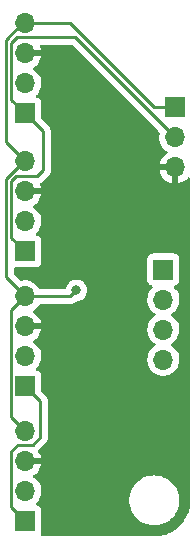
<source format=gbl>
%TF.GenerationSoftware,KiCad,Pcbnew,(6.0.0)*%
%TF.CreationDate,2022-03-13T19:19:56-04:00*%
%TF.ProjectId,4 GC port esd board (for wii mini),34204743-2070-46f7-9274-206573642062,rev?*%
%TF.SameCoordinates,Original*%
%TF.FileFunction,Copper,L2,Bot*%
%TF.FilePolarity,Positive*%
%FSLAX46Y46*%
G04 Gerber Fmt 4.6, Leading zero omitted, Abs format (unit mm)*
G04 Created by KiCad (PCBNEW (6.0.0)) date 2022-03-13 19:19:56*
%MOMM*%
%LPD*%
G01*
G04 APERTURE LIST*
%TA.AperFunction,ComponentPad*%
%ADD10R,1.700000X1.700000*%
%TD*%
%TA.AperFunction,ComponentPad*%
%ADD11O,1.700000X1.700000*%
%TD*%
%TA.AperFunction,ViaPad*%
%ADD12C,0.800000*%
%TD*%
%TA.AperFunction,Conductor*%
%ADD13C,0.250000*%
%TD*%
G04 APERTURE END LIST*
D10*
%TO.P,J3,1,Pin_1*%
%TO.N,+3V3*%
X102108000Y-87376000D03*
D11*
%TO.P,J3,2,Pin_2*%
%TO.N,Net-(D1-Pad1)*%
X102108000Y-84836000D03*
%TO.P,J3,3,Pin_3*%
%TO.N,GND*%
X102108000Y-82296000D03*
%TO.P,J3,4,Pin_4*%
%TO.N,+5V*%
X102108000Y-79756000D03*
%TD*%
D10*
%TO.P,J6,1,Pin_1*%
%TO.N,Net-(D1-Pad4)*%
X113792000Y-88910000D03*
D11*
%TO.P,J6,2,Pin_2*%
%TO.N,Net-(D1-Pad1)*%
X113792000Y-91450000D03*
%TO.P,J6,3,Pin_3*%
%TO.N,Net-(D2-Pad4)*%
X113792000Y-93990000D03*
%TO.P,J6,4,Pin_4*%
%TO.N,Net-(D2-Pad1)*%
X113792000Y-96530000D03*
%TD*%
D10*
%TO.P,J1,1,Pin_1*%
%TO.N,+3V3*%
X102108000Y-110226000D03*
D11*
%TO.P,J1,2,Pin_2*%
%TO.N,Net-(D2-Pad1)*%
X102108000Y-107686000D03*
%TO.P,J1,3,Pin_3*%
%TO.N,GND*%
X102108000Y-105146000D03*
%TO.P,J1,4,Pin_4*%
%TO.N,+5V*%
X102108000Y-102606000D03*
%TD*%
D10*
%TO.P,J5,1,Pin_1*%
%TO.N,+5V*%
X114808000Y-75184000D03*
D11*
%TO.P,J5,2,Pin_2*%
%TO.N,+3V3*%
X114808000Y-77724000D03*
%TO.P,J5,3,Pin_3*%
%TO.N,GND*%
X114808000Y-80264000D03*
%TD*%
D10*
%TO.P,J4,1,Pin_1*%
%TO.N,+3V3*%
X102108000Y-98806000D03*
D11*
%TO.P,J4,2,Pin_2*%
%TO.N,Net-(D2-Pad4)*%
X102108000Y-96266000D03*
%TO.P,J4,3,Pin_3*%
%TO.N,GND*%
X102108000Y-93726000D03*
%TO.P,J4,4,Pin_4*%
%TO.N,+5V*%
X102108000Y-91186000D03*
%TD*%
D10*
%TO.P,J2,1,Pin_1*%
%TO.N,+3V3*%
X102108000Y-75692000D03*
D11*
%TO.P,J2,2,Pin_2*%
%TO.N,Net-(D1-Pad4)*%
X102108000Y-73152000D03*
%TO.P,J2,3,Pin_3*%
%TO.N,GND*%
X102108000Y-70612000D03*
%TO.P,J2,4,Pin_4*%
%TO.N,+5V*%
X102108000Y-68072000D03*
%TD*%
D12*
%TO.N,+5V*%
X106439000Y-90665000D03*
%TD*%
D13*
%TO.N,+5V*%
X113030000Y-75184000D02*
X105918000Y-68072000D01*
X100933489Y-92360511D02*
X102108000Y-91186000D01*
X102108000Y-91186000D02*
X100483969Y-89561969D01*
X114808000Y-75184000D02*
X113030000Y-75184000D01*
X100483969Y-89561969D02*
X100483969Y-81252313D01*
X102108000Y-91186000D02*
X105918000Y-91186000D01*
X102108000Y-102606000D02*
X100933489Y-101431489D01*
X100483969Y-81252313D02*
X101980282Y-79756000D01*
X101980282Y-79756000D02*
X102108000Y-79756000D01*
X102108000Y-79756000D02*
X100483969Y-78131969D01*
X101854000Y-68072000D02*
X102108000Y-68072000D01*
X100483969Y-69442031D02*
X101854000Y-68072000D01*
X100483969Y-78131969D02*
X100483969Y-69442031D01*
X100933489Y-101431489D02*
X100933489Y-92360511D01*
X105918000Y-91186000D02*
X106439000Y-90665000D01*
X105918000Y-68072000D02*
X102108000Y-68072000D01*
%TO.N,+3V3*%
X102721489Y-103780511D02*
X103378000Y-103124000D01*
X114808000Y-77724000D02*
X106330511Y-69246511D01*
X103378000Y-103124000D02*
X103378000Y-100076000D01*
X100933489Y-69754511D02*
X100933489Y-74517489D01*
X103378000Y-100076000D02*
X102108000Y-98806000D01*
X101346000Y-81026000D02*
X103124000Y-81026000D01*
X102108000Y-110226000D02*
X100933489Y-109051489D01*
X100933489Y-81438511D02*
X101346000Y-81026000D01*
X100933489Y-74517489D02*
X102108000Y-75692000D01*
X100933489Y-104298511D02*
X101451489Y-103780511D01*
X106330511Y-69246511D02*
X101441489Y-69246511D01*
X103124000Y-81026000D02*
X103632000Y-80518000D01*
X103632000Y-77216000D02*
X102108000Y-75692000D01*
X101441489Y-69246511D02*
X100933489Y-69754511D01*
X100933489Y-109051489D02*
X100933489Y-104298511D01*
X103632000Y-80518000D02*
X103632000Y-77216000D01*
X101451489Y-103780511D02*
X102721489Y-103780511D01*
X100933489Y-86201489D02*
X100933489Y-81438511D01*
X102108000Y-87376000D02*
X100933489Y-86201489D01*
%TD*%
%TA.AperFunction,Conductor*%
%TO.N,GND*%
G36*
X106084038Y-69900013D02*
G01*
X106105012Y-69916916D01*
X113457777Y-77269682D01*
X113491803Y-77331994D01*
X113490100Y-77392446D01*
X113468989Y-77468570D01*
X113445251Y-77690695D01*
X113458110Y-77913715D01*
X113459247Y-77918761D01*
X113459248Y-77918767D01*
X113483304Y-78025508D01*
X113507222Y-78131639D01*
X113591266Y-78338616D01*
X113630719Y-78402997D01*
X113700276Y-78516504D01*
X113707987Y-78529088D01*
X113854250Y-78697938D01*
X114026126Y-78840632D01*
X114099955Y-78883774D01*
X114148679Y-78935412D01*
X114161750Y-79005195D01*
X114135019Y-79070967D01*
X114094562Y-79104327D01*
X114086457Y-79108546D01*
X114077738Y-79114036D01*
X113907433Y-79241905D01*
X113899726Y-79248748D01*
X113752590Y-79402717D01*
X113746104Y-79410727D01*
X113626098Y-79586649D01*
X113621000Y-79595623D01*
X113531338Y-79788783D01*
X113527775Y-79798470D01*
X113472389Y-79998183D01*
X113473912Y-80006607D01*
X113486292Y-80010000D01*
X114936000Y-80010000D01*
X115004121Y-80030002D01*
X115050614Y-80083658D01*
X115062000Y-80136000D01*
X115062000Y-81582517D01*
X115066064Y-81596359D01*
X115079478Y-81598393D01*
X115086184Y-81597534D01*
X115096262Y-81595392D01*
X115300255Y-81534191D01*
X115309842Y-81530433D01*
X115501095Y-81436739D01*
X115509945Y-81431464D01*
X115683328Y-81307792D01*
X115691200Y-81301139D01*
X115842052Y-81150812D01*
X115848727Y-81142967D01*
X115849677Y-81141646D01*
X115850197Y-81141241D01*
X115852081Y-81139027D01*
X115852538Y-81139416D01*
X115905671Y-81097998D01*
X115976374Y-81091551D01*
X116039339Y-81124353D01*
X116074574Y-81185989D01*
X116078000Y-81215171D01*
X116078000Y-108408672D01*
X116076500Y-108428056D01*
X116072814Y-108451730D01*
X116073978Y-108460631D01*
X116073978Y-108460635D01*
X116075257Y-108470411D01*
X116076148Y-108493342D01*
X116066695Y-108673727D01*
X116061649Y-108770002D01*
X116060271Y-108783119D01*
X116012427Y-109085193D01*
X116009685Y-109098093D01*
X115939747Y-109359106D01*
X115930528Y-109393510D01*
X115926452Y-109406052D01*
X115882495Y-109520566D01*
X115816855Y-109691565D01*
X115811491Y-109703614D01*
X115672642Y-109976120D01*
X115666051Y-109987536D01*
X115499474Y-110244042D01*
X115491728Y-110254702D01*
X115383209Y-110388712D01*
X115299261Y-110492379D01*
X115290436Y-110502180D01*
X115074180Y-110718436D01*
X115064379Y-110727261D01*
X114839058Y-110909723D01*
X114826705Y-110919726D01*
X114816042Y-110927474D01*
X114559536Y-111094051D01*
X114548120Y-111100642D01*
X114275614Y-111239491D01*
X114263565Y-111244855D01*
X113978053Y-111354452D01*
X113965511Y-111358528D01*
X113708217Y-111427470D01*
X113670093Y-111437685D01*
X113657193Y-111440427D01*
X113355119Y-111488271D01*
X113342003Y-111489649D01*
X113072666Y-111503764D01*
X113046688Y-111502436D01*
X113045144Y-111502195D01*
X113045140Y-111502195D01*
X113036270Y-111500814D01*
X113027368Y-111501978D01*
X113027365Y-111501978D01*
X113004749Y-111504936D01*
X112988411Y-111506000D01*
X103519444Y-111506000D01*
X103451323Y-111485998D01*
X103404830Y-111432342D01*
X103394726Y-111362068D01*
X103407241Y-111324539D01*
X103408615Y-111322705D01*
X103459745Y-111186316D01*
X103466500Y-111124134D01*
X103466500Y-109327866D01*
X103459745Y-109265684D01*
X103408615Y-109129295D01*
X103321261Y-109012739D01*
X103204705Y-108925385D01*
X103141083Y-108901534D01*
X103086203Y-108880960D01*
X103029439Y-108838318D01*
X103004739Y-108771756D01*
X103019947Y-108702408D01*
X103041493Y-108673727D01*
X103124808Y-108590703D01*
X110920743Y-108590703D01*
X110958268Y-108875734D01*
X111034129Y-109153036D01*
X111035813Y-109156984D01*
X111142051Y-109406053D01*
X111146923Y-109417476D01*
X111294561Y-109664161D01*
X111474313Y-109888528D01*
X111682851Y-110086423D01*
X111916317Y-110254186D01*
X111920112Y-110256195D01*
X111920113Y-110256196D01*
X111941869Y-110267715D01*
X112170392Y-110388712D01*
X112440373Y-110487511D01*
X112721264Y-110548755D01*
X112749841Y-110551004D01*
X112944282Y-110566307D01*
X112944291Y-110566307D01*
X112946739Y-110566500D01*
X113102271Y-110566500D01*
X113104407Y-110566354D01*
X113104418Y-110566354D01*
X113312548Y-110552165D01*
X113312554Y-110552164D01*
X113316825Y-110551873D01*
X113321020Y-110551004D01*
X113321022Y-110551004D01*
X113457584Y-110522723D01*
X113598342Y-110493574D01*
X113869343Y-110397607D01*
X114124812Y-110265750D01*
X114128313Y-110263289D01*
X114128317Y-110263287D01*
X114242417Y-110183096D01*
X114360023Y-110100441D01*
X114481518Y-109987541D01*
X114567479Y-109907661D01*
X114567481Y-109907658D01*
X114570622Y-109904740D01*
X114752713Y-109682268D01*
X114902927Y-109437142D01*
X114921481Y-109394876D01*
X115016757Y-109177830D01*
X115018483Y-109173898D01*
X115028794Y-109137703D01*
X115096068Y-108901534D01*
X115097244Y-108897406D01*
X115137751Y-108612784D01*
X115137845Y-108594951D01*
X115139235Y-108329583D01*
X115139235Y-108329576D01*
X115139257Y-108325297D01*
X115101732Y-108040266D01*
X115025871Y-107762964D01*
X114913077Y-107498524D01*
X114765439Y-107251839D01*
X114585687Y-107027472D01*
X114407751Y-106858617D01*
X114380258Y-106832527D01*
X114380255Y-106832525D01*
X114377149Y-106829577D01*
X114143683Y-106661814D01*
X114121843Y-106650250D01*
X113939680Y-106553800D01*
X113889608Y-106527288D01*
X113619627Y-106428489D01*
X113338736Y-106367245D01*
X113307685Y-106364801D01*
X113115718Y-106349693D01*
X113115709Y-106349693D01*
X113113261Y-106349500D01*
X112957729Y-106349500D01*
X112955593Y-106349646D01*
X112955582Y-106349646D01*
X112747452Y-106363835D01*
X112747446Y-106363836D01*
X112743175Y-106364127D01*
X112738980Y-106364996D01*
X112738978Y-106364996D01*
X112602416Y-106393277D01*
X112461658Y-106422426D01*
X112190657Y-106518393D01*
X111935188Y-106650250D01*
X111931687Y-106652711D01*
X111931683Y-106652713D01*
X111874546Y-106692870D01*
X111699977Y-106815559D01*
X111489378Y-107011260D01*
X111307287Y-107233732D01*
X111157073Y-107478858D01*
X111041517Y-107742102D01*
X110962756Y-108018594D01*
X110922249Y-108303216D01*
X110922227Y-108307505D01*
X110922226Y-108307512D01*
X110921645Y-108418423D01*
X110920743Y-108590703D01*
X103124808Y-108590703D01*
X103146096Y-108569489D01*
X103276453Y-108388077D01*
X103305363Y-108329583D01*
X103373136Y-108192453D01*
X103373137Y-108192451D01*
X103375430Y-108187811D01*
X103426842Y-108018594D01*
X103438865Y-107979023D01*
X103438865Y-107979021D01*
X103440370Y-107974069D01*
X103469529Y-107752590D01*
X103469611Y-107749240D01*
X103471074Y-107689365D01*
X103471074Y-107689361D01*
X103471156Y-107686000D01*
X103452852Y-107463361D01*
X103398431Y-107246702D01*
X103309354Y-107041840D01*
X103188014Y-106854277D01*
X103037670Y-106689051D01*
X103033619Y-106685852D01*
X103033615Y-106685848D01*
X102866414Y-106553800D01*
X102866410Y-106553798D01*
X102862359Y-106550598D01*
X102820569Y-106527529D01*
X102770598Y-106477097D01*
X102755826Y-106407654D01*
X102780942Y-106341248D01*
X102808294Y-106314641D01*
X102983328Y-106189792D01*
X102991200Y-106183139D01*
X103142052Y-106032812D01*
X103148730Y-106024965D01*
X103273003Y-105852020D01*
X103278313Y-105843183D01*
X103372670Y-105652267D01*
X103376469Y-105642672D01*
X103438377Y-105438910D01*
X103440555Y-105428837D01*
X103441986Y-105417962D01*
X103439775Y-105403778D01*
X103426617Y-105400000D01*
X101980000Y-105400000D01*
X101911879Y-105379998D01*
X101865386Y-105326342D01*
X101854000Y-105274000D01*
X101854000Y-105018000D01*
X101874002Y-104949879D01*
X101927658Y-104903386D01*
X101980000Y-104892000D01*
X103426344Y-104892000D01*
X103439875Y-104888027D01*
X103441180Y-104878947D01*
X103399214Y-104711875D01*
X103395894Y-104702124D01*
X103310972Y-104506814D01*
X103306106Y-104497739D01*
X103201971Y-104336772D01*
X103181764Y-104268712D01*
X103201560Y-104200531D01*
X103218668Y-104179236D01*
X103770258Y-103627647D01*
X103778537Y-103620113D01*
X103785018Y-103616000D01*
X103831644Y-103566348D01*
X103834398Y-103563507D01*
X103854135Y-103543770D01*
X103856615Y-103540573D01*
X103864320Y-103531551D01*
X103889159Y-103505100D01*
X103894586Y-103499321D01*
X103898405Y-103492375D01*
X103898407Y-103492372D01*
X103904348Y-103481566D01*
X103915199Y-103465047D01*
X103922758Y-103455301D01*
X103927614Y-103449041D01*
X103930759Y-103441772D01*
X103930762Y-103441768D01*
X103945174Y-103408463D01*
X103950391Y-103397813D01*
X103971695Y-103359060D01*
X103976733Y-103339437D01*
X103983137Y-103320734D01*
X103988033Y-103309420D01*
X103988033Y-103309419D01*
X103991181Y-103302145D01*
X103992420Y-103294322D01*
X103992423Y-103294312D01*
X103998099Y-103258476D01*
X104000505Y-103246856D01*
X104009528Y-103211711D01*
X104009528Y-103211710D01*
X104011500Y-103204030D01*
X104011500Y-103183776D01*
X104013051Y-103164065D01*
X104014980Y-103151886D01*
X104016220Y-103144057D01*
X104012059Y-103100038D01*
X104011500Y-103088181D01*
X104011500Y-100154767D01*
X104012027Y-100143584D01*
X104013702Y-100136091D01*
X104011562Y-100068014D01*
X104011500Y-100064055D01*
X104011500Y-100036144D01*
X104010995Y-100032144D01*
X104010062Y-100020301D01*
X104008922Y-99984029D01*
X104008673Y-99976110D01*
X104003022Y-99956658D01*
X103999014Y-99937306D01*
X103997467Y-99925063D01*
X103996474Y-99917203D01*
X103993556Y-99909832D01*
X103980200Y-99876097D01*
X103976355Y-99864870D01*
X103975721Y-99862687D01*
X103964018Y-99822407D01*
X103959984Y-99815585D01*
X103959981Y-99815579D01*
X103953706Y-99804968D01*
X103945010Y-99787218D01*
X103940472Y-99775756D01*
X103940469Y-99775751D01*
X103937552Y-99768383D01*
X103911573Y-99732625D01*
X103905057Y-99722707D01*
X103886575Y-99691457D01*
X103882542Y-99684637D01*
X103868218Y-99670313D01*
X103855376Y-99655278D01*
X103843472Y-99638893D01*
X103809406Y-99610711D01*
X103800627Y-99602722D01*
X103503405Y-99305500D01*
X103469379Y-99243188D01*
X103466500Y-99216405D01*
X103466500Y-97907866D01*
X103459745Y-97845684D01*
X103408615Y-97709295D01*
X103321261Y-97592739D01*
X103204705Y-97505385D01*
X103190423Y-97500031D01*
X103086203Y-97460960D01*
X103029439Y-97418318D01*
X103004739Y-97351756D01*
X103019947Y-97282408D01*
X103041493Y-97253727D01*
X103142435Y-97153137D01*
X103146096Y-97149489D01*
X103153038Y-97139829D01*
X103273435Y-96972277D01*
X103276453Y-96968077D01*
X103291497Y-96937639D01*
X103373136Y-96772453D01*
X103373137Y-96772451D01*
X103375430Y-96767811D01*
X103440370Y-96554069D01*
X103447924Y-96496695D01*
X112429251Y-96496695D01*
X112429548Y-96501848D01*
X112429548Y-96501851D01*
X112435011Y-96596590D01*
X112442110Y-96719715D01*
X112443247Y-96724761D01*
X112443248Y-96724767D01*
X112452949Y-96767811D01*
X112491222Y-96937639D01*
X112575266Y-97144616D01*
X112577965Y-97149020D01*
X112674881Y-97307173D01*
X112691987Y-97335088D01*
X112838250Y-97503938D01*
X113010126Y-97646632D01*
X113203000Y-97759338D01*
X113411692Y-97839030D01*
X113416760Y-97840061D01*
X113416763Y-97840062D01*
X113483010Y-97853540D01*
X113630597Y-97883567D01*
X113635772Y-97883757D01*
X113635774Y-97883757D01*
X113848673Y-97891564D01*
X113848677Y-97891564D01*
X113853837Y-97891753D01*
X113858957Y-97891097D01*
X113858959Y-97891097D01*
X114070288Y-97864025D01*
X114070289Y-97864025D01*
X114075416Y-97863368D01*
X114080366Y-97861883D01*
X114284429Y-97800661D01*
X114284434Y-97800659D01*
X114289384Y-97799174D01*
X114489994Y-97700896D01*
X114671860Y-97571173D01*
X114732474Y-97510771D01*
X114826435Y-97417137D01*
X114830096Y-97413489D01*
X114874456Y-97351756D01*
X114957435Y-97236277D01*
X114960453Y-97232077D01*
X114999468Y-97153137D01*
X115057136Y-97036453D01*
X115057137Y-97036451D01*
X115059430Y-97031811D01*
X115124370Y-96818069D01*
X115153529Y-96596590D01*
X115155156Y-96530000D01*
X115136852Y-96307361D01*
X115082431Y-96090702D01*
X114993354Y-95885840D01*
X114872014Y-95698277D01*
X114721670Y-95533051D01*
X114717619Y-95529852D01*
X114717615Y-95529848D01*
X114550414Y-95397800D01*
X114550410Y-95397798D01*
X114546359Y-95394598D01*
X114505053Y-95371796D01*
X114455084Y-95321364D01*
X114440312Y-95251921D01*
X114465428Y-95185516D01*
X114492780Y-95158909D01*
X114536603Y-95127650D01*
X114671860Y-95031173D01*
X114693753Y-95009357D01*
X114794567Y-94908894D01*
X114830096Y-94873489D01*
X114889594Y-94790689D01*
X114957435Y-94696277D01*
X114960453Y-94692077D01*
X115059430Y-94491811D01*
X115124370Y-94278069D01*
X115153529Y-94056590D01*
X115154696Y-94008837D01*
X115155074Y-93993365D01*
X115155074Y-93993361D01*
X115155156Y-93990000D01*
X115136852Y-93767361D01*
X115082431Y-93550702D01*
X114993354Y-93345840D01*
X114872014Y-93158277D01*
X114721670Y-92993051D01*
X114717619Y-92989852D01*
X114717615Y-92989848D01*
X114550414Y-92857800D01*
X114550410Y-92857798D01*
X114546359Y-92854598D01*
X114505053Y-92831796D01*
X114455084Y-92781364D01*
X114440312Y-92711921D01*
X114465428Y-92645516D01*
X114492780Y-92618909D01*
X114536603Y-92587650D01*
X114671860Y-92491173D01*
X114830096Y-92333489D01*
X114889594Y-92250689D01*
X114957435Y-92156277D01*
X114960453Y-92152077D01*
X114973613Y-92125451D01*
X115057136Y-91956453D01*
X115057137Y-91956451D01*
X115059430Y-91951811D01*
X115102205Y-91811022D01*
X115122865Y-91743023D01*
X115122865Y-91743021D01*
X115124370Y-91738069D01*
X115153529Y-91516590D01*
X115155156Y-91450000D01*
X115136852Y-91227361D01*
X115082431Y-91010702D01*
X114993354Y-90805840D01*
X114906488Y-90671565D01*
X114874822Y-90622617D01*
X114874820Y-90622614D01*
X114872014Y-90618277D01*
X114868532Y-90614450D01*
X114724798Y-90456488D01*
X114693746Y-90392642D01*
X114702141Y-90322143D01*
X114747317Y-90267375D01*
X114773761Y-90253706D01*
X114880297Y-90213767D01*
X114888705Y-90210615D01*
X115005261Y-90123261D01*
X115092615Y-90006705D01*
X115143745Y-89870316D01*
X115150500Y-89808134D01*
X115150500Y-88011866D01*
X115143745Y-87949684D01*
X115092615Y-87813295D01*
X115005261Y-87696739D01*
X114888705Y-87609385D01*
X114752316Y-87558255D01*
X114690134Y-87551500D01*
X112893866Y-87551500D01*
X112831684Y-87558255D01*
X112695295Y-87609385D01*
X112578739Y-87696739D01*
X112491385Y-87813295D01*
X112440255Y-87949684D01*
X112433500Y-88011866D01*
X112433500Y-89808134D01*
X112440255Y-89870316D01*
X112491385Y-90006705D01*
X112578739Y-90123261D01*
X112695295Y-90210615D01*
X112703704Y-90213767D01*
X112703705Y-90213768D01*
X112812451Y-90254535D01*
X112869216Y-90297176D01*
X112893916Y-90363738D01*
X112878709Y-90433087D01*
X112859316Y-90459568D01*
X112771293Y-90551679D01*
X112732629Y-90592138D01*
X112606743Y-90776680D01*
X112512688Y-90979305D01*
X112452989Y-91194570D01*
X112429251Y-91416695D01*
X112429548Y-91421848D01*
X112429548Y-91421851D01*
X112435011Y-91516590D01*
X112442110Y-91639715D01*
X112443247Y-91644761D01*
X112443248Y-91644767D01*
X112459318Y-91716073D01*
X112491222Y-91857639D01*
X112575266Y-92064616D01*
X112624570Y-92145073D01*
X112674881Y-92227173D01*
X112691987Y-92255088D01*
X112838250Y-92423938D01*
X113010126Y-92566632D01*
X113047583Y-92588520D01*
X113083445Y-92609476D01*
X113132169Y-92661114D01*
X113145240Y-92730897D01*
X113118509Y-92796669D01*
X113078055Y-92830027D01*
X113065607Y-92836507D01*
X113061474Y-92839610D01*
X113061471Y-92839612D01*
X112891100Y-92967530D01*
X112886965Y-92970635D01*
X112732629Y-93132138D01*
X112606743Y-93316680D01*
X112512688Y-93519305D01*
X112452989Y-93734570D01*
X112429251Y-93956695D01*
X112429548Y-93961848D01*
X112429548Y-93961851D01*
X112435011Y-94056590D01*
X112442110Y-94179715D01*
X112443247Y-94184761D01*
X112443248Y-94184767D01*
X112451791Y-94222672D01*
X112491222Y-94397639D01*
X112575266Y-94604616D01*
X112626019Y-94687438D01*
X112676486Y-94769792D01*
X112691987Y-94795088D01*
X112838250Y-94963938D01*
X113010126Y-95106632D01*
X113046866Y-95128101D01*
X113083445Y-95149476D01*
X113132169Y-95201114D01*
X113145240Y-95270897D01*
X113118509Y-95336669D01*
X113078055Y-95370027D01*
X113065607Y-95376507D01*
X113061474Y-95379610D01*
X113061471Y-95379612D01*
X113037247Y-95397800D01*
X112886965Y-95510635D01*
X112732629Y-95672138D01*
X112606743Y-95856680D01*
X112591003Y-95890590D01*
X112522419Y-96038342D01*
X112512688Y-96059305D01*
X112452989Y-96274570D01*
X112429251Y-96496695D01*
X103447924Y-96496695D01*
X103469529Y-96332590D01*
X103470019Y-96312522D01*
X103471074Y-96269365D01*
X103471074Y-96269361D01*
X103471156Y-96266000D01*
X103452852Y-96043361D01*
X103398431Y-95826702D01*
X103309354Y-95621840D01*
X103249842Y-95529848D01*
X103190822Y-95438617D01*
X103190820Y-95438614D01*
X103188014Y-95434277D01*
X103037670Y-95269051D01*
X103033619Y-95265852D01*
X103033615Y-95265848D01*
X102866414Y-95133800D01*
X102866410Y-95133798D01*
X102862359Y-95130598D01*
X102820569Y-95107529D01*
X102770598Y-95057097D01*
X102755826Y-94987654D01*
X102780942Y-94921248D01*
X102808294Y-94894641D01*
X102983328Y-94769792D01*
X102991200Y-94763139D01*
X103142052Y-94612812D01*
X103148730Y-94604965D01*
X103273003Y-94432020D01*
X103278313Y-94423183D01*
X103372670Y-94232267D01*
X103376469Y-94222672D01*
X103438377Y-94018910D01*
X103440555Y-94008837D01*
X103441986Y-93997962D01*
X103439775Y-93983778D01*
X103426617Y-93980000D01*
X101980000Y-93980000D01*
X101911879Y-93959998D01*
X101865386Y-93906342D01*
X101854000Y-93854000D01*
X101854000Y-93598000D01*
X101874002Y-93529879D01*
X101927658Y-93483386D01*
X101980000Y-93472000D01*
X103426344Y-93472000D01*
X103439875Y-93468027D01*
X103441180Y-93458947D01*
X103399214Y-93291875D01*
X103395894Y-93282124D01*
X103310972Y-93086814D01*
X103306105Y-93077739D01*
X103190426Y-92898926D01*
X103184136Y-92890757D01*
X103040806Y-92733240D01*
X103033273Y-92726215D01*
X102866139Y-92594222D01*
X102857556Y-92588520D01*
X102820602Y-92568120D01*
X102770631Y-92517687D01*
X102755859Y-92448245D01*
X102780975Y-92381839D01*
X102808327Y-92355232D01*
X102857095Y-92320446D01*
X102987860Y-92227173D01*
X103024964Y-92190199D01*
X103142435Y-92073137D01*
X103146096Y-92069489D01*
X103153038Y-92059829D01*
X103273435Y-91892277D01*
X103276453Y-91888077D01*
X103278746Y-91883437D01*
X103280446Y-91880608D01*
X103332674Y-91832518D01*
X103388451Y-91819500D01*
X105839233Y-91819500D01*
X105850416Y-91820027D01*
X105857909Y-91821702D01*
X105865835Y-91821453D01*
X105865836Y-91821453D01*
X105925986Y-91819562D01*
X105929945Y-91819500D01*
X105957856Y-91819500D01*
X105961791Y-91819003D01*
X105961856Y-91818995D01*
X105973693Y-91818062D01*
X106005951Y-91817048D01*
X106009970Y-91816922D01*
X106017889Y-91816673D01*
X106037343Y-91811021D01*
X106056700Y-91807013D01*
X106068930Y-91805468D01*
X106068931Y-91805468D01*
X106076797Y-91804474D01*
X106084168Y-91801555D01*
X106084170Y-91801555D01*
X106117912Y-91788196D01*
X106129142Y-91784351D01*
X106163983Y-91774229D01*
X106163984Y-91774229D01*
X106171593Y-91772018D01*
X106178412Y-91767985D01*
X106178417Y-91767983D01*
X106189028Y-91761707D01*
X106206776Y-91753012D01*
X106225617Y-91745552D01*
X106261387Y-91719564D01*
X106271307Y-91713048D01*
X106302535Y-91694580D01*
X106302538Y-91694578D01*
X106309362Y-91690542D01*
X106323683Y-91676221D01*
X106338717Y-91663380D01*
X106348694Y-91656131D01*
X106355107Y-91651472D01*
X106381818Y-91619184D01*
X106440652Y-91579446D01*
X106478903Y-91573500D01*
X106534487Y-91573500D01*
X106540939Y-91572128D01*
X106540944Y-91572128D01*
X106627887Y-91553647D01*
X106721288Y-91533794D01*
X106727319Y-91531109D01*
X106889722Y-91458803D01*
X106889724Y-91458802D01*
X106895752Y-91456118D01*
X107050253Y-91343866D01*
X107054675Y-91338955D01*
X107173621Y-91206852D01*
X107173622Y-91206851D01*
X107178040Y-91201944D01*
X107273527Y-91036556D01*
X107332542Y-90854928D01*
X107340035Y-90783641D01*
X107351814Y-90671565D01*
X107352504Y-90665000D01*
X107332542Y-90475072D01*
X107273527Y-90293444D01*
X107178040Y-90128056D01*
X107094484Y-90035257D01*
X107054675Y-89991045D01*
X107054674Y-89991044D01*
X107050253Y-89986134D01*
X106895752Y-89873882D01*
X106889724Y-89871198D01*
X106889722Y-89871197D01*
X106727319Y-89798891D01*
X106727318Y-89798891D01*
X106721288Y-89796206D01*
X106627888Y-89776353D01*
X106540944Y-89757872D01*
X106540939Y-89757872D01*
X106534487Y-89756500D01*
X106343513Y-89756500D01*
X106337061Y-89757872D01*
X106337056Y-89757872D01*
X106250112Y-89776353D01*
X106156712Y-89796206D01*
X106150682Y-89798891D01*
X106150681Y-89798891D01*
X105988278Y-89871197D01*
X105988276Y-89871198D01*
X105982248Y-89873882D01*
X105827747Y-89986134D01*
X105823326Y-89991044D01*
X105823325Y-89991045D01*
X105783517Y-90035257D01*
X105699960Y-90128056D01*
X105604473Y-90293444D01*
X105602431Y-90299729D01*
X105548589Y-90465436D01*
X105508515Y-90524042D01*
X105443119Y-90551679D01*
X105428756Y-90552500D01*
X103384805Y-90552500D01*
X103316684Y-90532498D01*
X103279013Y-90494940D01*
X103190822Y-90358617D01*
X103190820Y-90358614D01*
X103188014Y-90354277D01*
X103037670Y-90189051D01*
X103033619Y-90185852D01*
X103033615Y-90185848D01*
X102866414Y-90053800D01*
X102866410Y-90053798D01*
X102862359Y-90050598D01*
X102826941Y-90031046D01*
X102795864Y-90013891D01*
X102666789Y-89942638D01*
X102661920Y-89940914D01*
X102661916Y-89940912D01*
X102461087Y-89869795D01*
X102461083Y-89869794D01*
X102456212Y-89868069D01*
X102451119Y-89867162D01*
X102451116Y-89867161D01*
X102241373Y-89829800D01*
X102241367Y-89829799D01*
X102236284Y-89828894D01*
X102162452Y-89827992D01*
X102018081Y-89826228D01*
X102018079Y-89826228D01*
X102012911Y-89826165D01*
X101792091Y-89859955D01*
X101779532Y-89864060D01*
X101708568Y-89866210D01*
X101651294Y-89833389D01*
X101154374Y-89336469D01*
X101120348Y-89274157D01*
X101117469Y-89247374D01*
X101117469Y-88860500D01*
X101137471Y-88792379D01*
X101191127Y-88745886D01*
X101243469Y-88734500D01*
X103006134Y-88734500D01*
X103068316Y-88727745D01*
X103204705Y-88676615D01*
X103321261Y-88589261D01*
X103408615Y-88472705D01*
X103459745Y-88336316D01*
X103466500Y-88274134D01*
X103466500Y-86477866D01*
X103459745Y-86415684D01*
X103408615Y-86279295D01*
X103321261Y-86162739D01*
X103204705Y-86075385D01*
X103192132Y-86070672D01*
X103086203Y-86030960D01*
X103029439Y-85988318D01*
X103004739Y-85921756D01*
X103019947Y-85852408D01*
X103041493Y-85823727D01*
X103142435Y-85723137D01*
X103146096Y-85719489D01*
X103276453Y-85538077D01*
X103375430Y-85337811D01*
X103440370Y-85124069D01*
X103469529Y-84902590D01*
X103471156Y-84836000D01*
X103452852Y-84613361D01*
X103398431Y-84396702D01*
X103309354Y-84191840D01*
X103188014Y-84004277D01*
X103037670Y-83839051D01*
X103033619Y-83835852D01*
X103033615Y-83835848D01*
X102866414Y-83703800D01*
X102866410Y-83703798D01*
X102862359Y-83700598D01*
X102820569Y-83677529D01*
X102770598Y-83627097D01*
X102755826Y-83557654D01*
X102780942Y-83491248D01*
X102808294Y-83464641D01*
X102983328Y-83339792D01*
X102991200Y-83333139D01*
X103142052Y-83182812D01*
X103148730Y-83174965D01*
X103273003Y-83002020D01*
X103278313Y-82993183D01*
X103372670Y-82802267D01*
X103376469Y-82792672D01*
X103438377Y-82588910D01*
X103440555Y-82578837D01*
X103441986Y-82567962D01*
X103439775Y-82553778D01*
X103426617Y-82550000D01*
X101980000Y-82550000D01*
X101911879Y-82529998D01*
X101865386Y-82476342D01*
X101854000Y-82424000D01*
X101854000Y-82168000D01*
X101874002Y-82099879D01*
X101927658Y-82053386D01*
X101980000Y-82042000D01*
X103426344Y-82042000D01*
X103439875Y-82038027D01*
X103441180Y-82028947D01*
X103399214Y-81861875D01*
X103395894Y-81852124D01*
X103354192Y-81756215D01*
X103345372Y-81685769D01*
X103376039Y-81621737D01*
X103417598Y-81592828D01*
X103417301Y-81592287D01*
X103422426Y-81589470D01*
X103423356Y-81588822D01*
X103431617Y-81585552D01*
X103467387Y-81559564D01*
X103477307Y-81553048D01*
X103508535Y-81534580D01*
X103508538Y-81534578D01*
X103515362Y-81530542D01*
X103529683Y-81516221D01*
X103544717Y-81503380D01*
X103554694Y-81496131D01*
X103561107Y-81491472D01*
X103589298Y-81457395D01*
X103597288Y-81448616D01*
X104024247Y-81021657D01*
X104032537Y-81014113D01*
X104039018Y-81010000D01*
X104085659Y-80960332D01*
X104088413Y-80957491D01*
X104108134Y-80937770D01*
X104110612Y-80934575D01*
X104118318Y-80925553D01*
X104143158Y-80899101D01*
X104148586Y-80893321D01*
X104158346Y-80875568D01*
X104169199Y-80859045D01*
X104176753Y-80849306D01*
X104181613Y-80843041D01*
X104199176Y-80802457D01*
X104204383Y-80791827D01*
X104225695Y-80753060D01*
X104227666Y-80745383D01*
X104227668Y-80745378D01*
X104230732Y-80733442D01*
X104237138Y-80714730D01*
X104242034Y-80703417D01*
X104245181Y-80696145D01*
X104252097Y-80652481D01*
X104254504Y-80640860D01*
X104263528Y-80605711D01*
X104263528Y-80605710D01*
X104265500Y-80598030D01*
X104265500Y-80577769D01*
X104267051Y-80558058D01*
X104268979Y-80545885D01*
X104270219Y-80538057D01*
X104269643Y-80531966D01*
X113476257Y-80531966D01*
X113506565Y-80666446D01*
X113509645Y-80676275D01*
X113589770Y-80873603D01*
X113594413Y-80882794D01*
X113705694Y-81064388D01*
X113711777Y-81072699D01*
X113851213Y-81233667D01*
X113858580Y-81240883D01*
X114022434Y-81376916D01*
X114030881Y-81382831D01*
X114214756Y-81490279D01*
X114224042Y-81494729D01*
X114423001Y-81570703D01*
X114432899Y-81573579D01*
X114536250Y-81594606D01*
X114550299Y-81593410D01*
X114554000Y-81583065D01*
X114554000Y-80536115D01*
X114549525Y-80520876D01*
X114548135Y-80519671D01*
X114540452Y-80518000D01*
X113491225Y-80518000D01*
X113477694Y-80521973D01*
X113476257Y-80531966D01*
X104269643Y-80531966D01*
X104266059Y-80494046D01*
X104265500Y-80482189D01*
X104265500Y-77294763D01*
X104266027Y-77283579D01*
X104267701Y-77276091D01*
X104265562Y-77208032D01*
X104265500Y-77204075D01*
X104265500Y-77176144D01*
X104264994Y-77172138D01*
X104264061Y-77160292D01*
X104262922Y-77124037D01*
X104262673Y-77116110D01*
X104257022Y-77096658D01*
X104253014Y-77077306D01*
X104251468Y-77065068D01*
X104251467Y-77065066D01*
X104250474Y-77057203D01*
X104234194Y-77016086D01*
X104230359Y-77004885D01*
X104218018Y-76962406D01*
X104213985Y-76955587D01*
X104213983Y-76955582D01*
X104207707Y-76944971D01*
X104199010Y-76927221D01*
X104191552Y-76908383D01*
X104165571Y-76872623D01*
X104159053Y-76862701D01*
X104140578Y-76831460D01*
X104140574Y-76831455D01*
X104136542Y-76824637D01*
X104122218Y-76810313D01*
X104109376Y-76795278D01*
X104097472Y-76778893D01*
X104063406Y-76750711D01*
X104054627Y-76742722D01*
X103503405Y-76191500D01*
X103469379Y-76129188D01*
X103466500Y-76102405D01*
X103466500Y-74793866D01*
X103459745Y-74731684D01*
X103408615Y-74595295D01*
X103321261Y-74478739D01*
X103204705Y-74391385D01*
X103192132Y-74386672D01*
X103086203Y-74346960D01*
X103029439Y-74304318D01*
X103004739Y-74237756D01*
X103019947Y-74168408D01*
X103041493Y-74139727D01*
X103085671Y-74095703D01*
X103146096Y-74035489D01*
X103276453Y-73854077D01*
X103375430Y-73653811D01*
X103440370Y-73440069D01*
X103469529Y-73218590D01*
X103471156Y-73152000D01*
X103452852Y-72929361D01*
X103398431Y-72712702D01*
X103309354Y-72507840D01*
X103188014Y-72320277D01*
X103037670Y-72155051D01*
X103033619Y-72151852D01*
X103033615Y-72151848D01*
X102866414Y-72019800D01*
X102866410Y-72019798D01*
X102862359Y-72016598D01*
X102820569Y-71993529D01*
X102770598Y-71943097D01*
X102755826Y-71873654D01*
X102780942Y-71807248D01*
X102808294Y-71780641D01*
X102983328Y-71655792D01*
X102991200Y-71649139D01*
X103142052Y-71498812D01*
X103148730Y-71490965D01*
X103273003Y-71318020D01*
X103278313Y-71309183D01*
X103372670Y-71118267D01*
X103376469Y-71108672D01*
X103438377Y-70904910D01*
X103440555Y-70894837D01*
X103441986Y-70883962D01*
X103439775Y-70869778D01*
X103426617Y-70866000D01*
X101980000Y-70866000D01*
X101911879Y-70845998D01*
X101865386Y-70792342D01*
X101854000Y-70740000D01*
X101854000Y-70484000D01*
X101874002Y-70415879D01*
X101927658Y-70369386D01*
X101980000Y-70358000D01*
X103426344Y-70358000D01*
X103439875Y-70354027D01*
X103441180Y-70344947D01*
X103399214Y-70177875D01*
X103395894Y-70168124D01*
X103347252Y-70056253D01*
X103338433Y-69985806D01*
X103369099Y-69921775D01*
X103429516Y-69884487D01*
X103462802Y-69880011D01*
X106015917Y-69880011D01*
X106084038Y-69900013D01*
G37*
%TD.AperFunction*%
%TD*%
M02*

</source>
